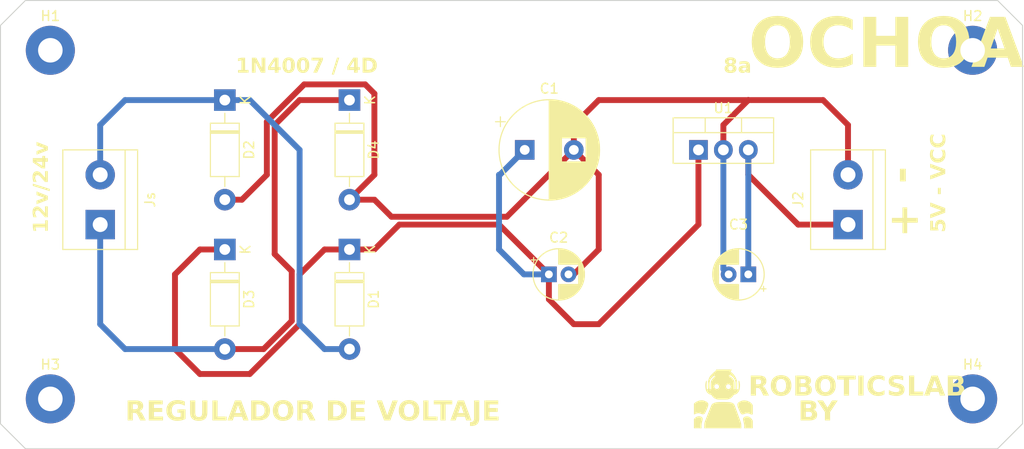
<source format=kicad_pcb>
(kicad_pcb (version 20221018) (generator pcbnew)
  (layers (0 "F.Cu" signal) (31 "B.Cu" signal) (34 "B.Paste" user) (35 "F.Paste" user) (36 "B.SilkS" user "B.Silkscreen") (37 "F.SilkS" user "F.Silkscreen") (38 "B.Mask" user) (39 "F.Mask" user) (44 "Edge.Cuts" user))
  (net 0 "")
  (net 1 "Net-(D1-K)")
  (net 2 "GND")
  (net 3 "Net-(J2-Pin_1)")
  (net 4 "Net-(D1-A)")
  (net 5 "Net-(D3-A)")
  (footprint "TerminalBlock:TerminalBlock_bornier-2_P5.08mm" (layer "F.Cu") (at 152.4 71.12 90)
    (fp_text reference "J2" (at 2.54 -5.08 90) (layer "F.SilkS"))
    (fp_text value "Screw_Terminal_01x02" hide)
    (pad "1" thru_hole rect (at 0 0 90) (size 3 3) (drill 1.52) (layers "*.Cu" "*.Mask") (net 3 "Net-(J2-Pin_1)"))
    (pad "2" thru_hole circle (at 5.08 0 90) (size 3 3) (drill 1.52) (layers "*.Cu" "*.Mask") (net 2 "GND"))
  )
  (footprint "MountingHole:MountingHole_2.5mm_Pad" (layer "F.Cu") (at 165.1 88.9)
    (fp_text reference "H4" (at 0 -3.5) (layer "F.SilkS"))
    (fp_text value "MountingHole_2.5mm_Pad" hide)
    (pad "4" thru_hole circle (at 0 0) (size 5 5) (drill 2.5) (layers "*.Cu" "*.Mask"))
  )
  (footprint "Package_TO_SOT_THT:TO-220-3_Vertical" (layer "F.Cu") (at 137.16 63.5)
    (fp_text reference "U1" (at 2.54 -4.27) (layer "F.SilkS"))
    (fp_text value "L7805")
    (pad "1" thru_hole rect (at 0 0) (size 1.905 2) (drill 1.1) (layers "*.Cu" "*.Mask") (net 1 "Net-(D1-K)"))
    (pad "2" thru_hole oval (at 2.54 0) (size 1.905 2) (drill 1.1) (layers "*.Cu" "*.Mask") (net 2 "GND"))
    (pad "3" thru_hole oval (at 5.08 0) (size 1.905 2) (drill 1.1) (layers "*.Cu" "*.Mask") (net 3 "Net-(J2-Pin_1)"))
  )
  (footprint "MountingHole:MountingHole_2.5mm_Pad" (layer "F.Cu") (at 71.12 53.34)
    (fp_text reference "H1" (at 0 -3.5) (layer "F.SilkS"))
    (fp_text value "MountingHole_2.5mm_Pad" hide)
    (pad "1" thru_hole circle (at 0 0) (size 5 5) (drill 2.5) (layers "*.Cu" "*.Mask"))
  )
  (footprint "TerminalBlock:TerminalBlock_bornier-2_P5.08mm" (layer "F.Cu") (at 76.2 71.12 90)
    (fp_text reference "Js" (at 2.54 5.08 90) (layer "F.SilkS"))
    (fp_text value "Screw_Terminal_01x02" hide)
    (pad "1" thru_hole rect (at 0 0 90) (size 3 3) (drill 1.52) (layers "*.Cu" "*.Mask") (net 5 "Net-(D3-A)"))
    (pad "2" thru_hole circle (at 5.08 0 90) (size 3 3) (drill 1.52) (layers "*.Cu" "*.Mask") (net 4 "Net-(D1-A)"))
  )
  (footprint "Diode_THT:D_DO-41_SOD81_P10.16mm_Horizontal" (layer "F.Cu") (at 101.6 58.42 -90)
    (fp_text reference "D4" (at 5.08 -2.47 90) (layer "F.SilkS"))
    (fp_text value "1N4004" hide)
    (fp_text user "K" (at 0 -2.1 90) (layer "F.SilkS"))
    (pad "1" thru_hole rect (at 0 0 270) (size 2.2 2.2) (drill 1.1) (layers "*.Cu" "*.Mask") (net 5 "Net-(D3-A)"))
    (pad "2" thru_hole oval (at 10.16 0 270) (size 2.2 2.2) (drill 1.1) (layers "*.Cu" "*.Mask") (net 2 "GND"))
  )
  (footprint "Diode_THT:D_DO-41_SOD81_P10.16mm_Horizontal" (layer "F.Cu") (at 88.9 58.42 -90)
    (fp_text reference "D2" (at 5.08 -2.47 90) (layer "F.SilkS"))
    (fp_text value "1N4004" hide)
    (fp_text user "K" (at 0 -2.1 90) (layer "F.SilkS"))
    (pad "1" thru_hole rect (at 0 0 270) (size 2.2 2.2) (drill 1.1) (layers "*.Cu" "*.Mask") (net 4 "Net-(D1-A)"))
    (pad "2" thru_hole oval (at 10.16 0 270) (size 2.2 2.2) (drill 1.1) (layers "*.Cu" "*.Mask") (net 2 "GND"))
  )
  (footprint "MountingHole:MountingHole_2.5mm_Pad" (layer "F.Cu") (at 165.1 53.34)
    (fp_text reference "H2" (at 0 -3.5) (layer "F.SilkS"))
    (fp_text value "MountingHole_2.5mm_Pad" hide)
    (pad "2" thru_hole circle (at 0 0) (size 5 5) (drill 2.5) (layers "*.Cu" "*.Mask"))
  )
  (footprint "Logo:RL-LOGO-6x6" (layer "F.Cu") (at 139.7 88.9)
    (fp_text reference "G***" hide)
    (fp_text value "LOGO" hide)
  )
  (footprint "Diode_THT:D_DO-41_SOD81_P10.16mm_Horizontal" (layer "F.Cu") (at 101.6 73.66 -90)
    (fp_text reference "D1" (at 5.08 -2.47 90) (layer "F.SilkS"))
    (fp_text value "1N4004" hide)
    (fp_text user "K" (at 0 -2.1 90) (layer "F.SilkS"))
    (pad "1" thru_hole rect (at 0 0 270) (size 2.2 2.2) (drill 1.1) (layers "*.Cu" "*.Mask") (net 1 "Net-(D1-K)"))
    (pad "2" thru_hole oval (at 10.16 0 270) (size 2.2 2.2) (drill 1.1) (layers "*.Cu" "*.Mask") (net 4 "Net-(D1-A)"))
  )
  (footprint "Capacitor_THT:CP_Radial_D10.0mm_P5.00mm" (layer "F.Cu") (at 119.46 63.5)
    (fp_text reference "C1" (at 2.5 -6.25) (layer "F.SilkS"))
    (fp_text value "C_Polarized_US" hide)
    (pad "1" thru_hole rect (at 0 0) (size 2 2) (drill 1) (layers "*.Cu" "*.Mask") (net 1 "Net-(D1-K)"))
    (pad "2" thru_hole circle (at 5 0) (size 2 2) (drill 1) (layers "*.Cu" "*.Mask") (net 2 "GND"))
  )
  (footprint "Capacitor_THT:CP_Radial_D5.0mm_P2.00mm" (layer "F.Cu") (at 142.24 76.2 180)
    (fp_text reference "C3" (at 1 5.08) (layer "F.SilkS"))
    (fp_text value "C_Polarized_US" hide)
    (pad "1" thru_hole rect (at 0 0 180) (size 1.6 1.6) (drill 0.8) (layers "*.Cu" "*.Mask") (net 3 "Net-(J2-Pin_1)"))
    (pad "2" thru_hole circle (at 2 0 180) (size 1.6 1.6) (drill 0.8) (layers "*.Cu" "*.Mask") (net 2 "GND"))
  )
  (footprint "Diode_THT:D_DO-41_SOD81_P10.16mm_Horizontal" (layer "F.Cu") (at 88.9 73.66 -90)
    (fp_text reference "D3" (at 5.08 -2.47 90) (layer "F.SilkS"))
    (fp_text value "1N4004" hide)
    (fp_text user "K" (at 0 -2.1 90) (layer "F.SilkS"))
    (pad "1" thru_hole rect (at 0 0 270) (size 2.2 2.2) (drill 1.1) (layers "*.Cu" "*.Mask") (net 1 "Net-(D1-K)"))
    (pad "2" thru_hole oval (at 10.16 0 270) (size 2.2 2.2) (drill 1.1) (layers "*.Cu" "*.Mask") (net 5 "Net-(D3-A)"))
  )
  (footprint "MountingHole:MountingHole_2.5mm_Pad" (layer "F.Cu") (at 71.12 88.9)
    (fp_text reference "H3" (at 0 -3.5) (layer "F.SilkS"))
    (fp_text value "MountingHole_2.5mm_Pad" hide)
    (pad "3" thru_hole circle (at 0 0) (size 5 5) (drill 2.5) (layers "*.Cu" "*.Mask"))
  )
  (footprint "Capacitor_THT:CP_Radial_D5.0mm_P2.00mm" (layer "F.Cu") (at 121.92 76.2)
    (fp_text reference "C2" (at 1 -3.75) (layer "F.SilkS"))
    (fp_text value "C_Polarized_US" hide)
    (pad "1" thru_hole rect (at 0 0) (size 1.6 1.6) (drill 0.8) (layers "*.Cu" "*.Mask") (net 1 "Net-(D1-K)"))
    (pad "2" thru_hole circle (at 2 0) (size 1.6 1.6) (drill 0.8) (layers "*.Cu" "*.Mask") (net 2 "GND"))
  )
  (gr_line (start 170.18 91.44) (end 167.64 93.98) (stroke (width 0.1)) (layer "Edge.Cuts"))
  (gr_line (start 68.58 48.26) (end 167.64 48.26) (stroke (width 0.1)) (layer "Edge.Cuts"))
  (gr_line (start 170.18 50.8) (end 170.18 91.44) (stroke (width 0.1)) (layer "Edge.Cuts"))
  (gr_line (start 167.64 48.26) (end 170.18 50.8) (stroke (width 0.1)) (layer "Edge.Cuts"))
  (gr_line (start 66.04 91.44) (end 66.04 50.8) (stroke (width 0.1)) (layer "Edge.Cuts"))
  (gr_line (start 167.64 93.98) (end 68.58 93.98) (stroke (width 0.1)) (layer "Edge.Cuts"))
  (gr_line (start 66.04 50.8) (end 68.58 48.26) (stroke (width 0.1)) (layer "Edge.Cuts"))
  (gr_line (start 68.58 93.98) (end 66.04 91.44) (stroke (width 0.1)) (layer "Edge.Cuts"))
  (gr_text "+" (at 160.02 72.44 90) (layer "F.SilkS") (effects (font (size 3 3) (thickness 0.3) bold) (justify left bottom)))
  (gr_text "ROBOTICSLAB" (at 142.24 88.9) (layer "F.SilkS") (effects (font (size 2 2) (thickness 0.3) bold) (justify left bottom)))
  (gr_text "8a" (at 139.7 55.88) (layer "F.SilkS") (effects (font (size 1.5 1.5) (thickness 0.3) bold) (justify left bottom)))
  (gr_text "REGULADOR DE VOLTAJE" (at 78.74 91.44) (layer "F.SilkS") (effects (font (size 2 2) (thickness 0.3) bold) (justify left bottom)))
  (gr_text "-" (at 159.7 66.94 90) (layer "F.SilkS") (effects (font (size 3 3) (thickness 0.3) bold) (justify left bottom)))
  (gr_text "1N4007 / 4D" (at 90 55.88) (layer "F.SilkS") (effects (font (size 1.5 1.5) (thickness 0.3) bold) (justify left bottom)))
  (gr_text "BY" (at 147.32 91.44) (layer "F.SilkS") (effects (font (size 2 2) (thickness 0.3) bold) (justify left bottom)))
  (gr_text "OCHOA" (at 142.24 55.88) (layer "F.SilkS") (effects (font (size 5 5) (thickness 0.3) bold) (justify left bottom)))
  (gr_text "5V - VCC" (at 162.56 71.94 90) (layer "F.SilkS") (effects (font (size 1.5 1.5) (thickness 0.3) bold) (justify left bottom)))
  (gr_text "12v/24v" (at 71.12 72 90) (layer "F.SilkS") (effects (font (size 1.5 1.5) (thickness 0.3) bold) (justify left bottom)))
  (segment (start 83.82 83.82) (end 86.36 86.36) (width 0.6) (layer "F.Cu") (net 1))
  (segment (start 137.16 71.12) (end 137.16 63.5) (width 0.6) (layer "F.Cu") (net 1))
  (segment (start 96.52 81.28) (end 96.52 76.2) (width 0.6) (layer "F.Cu") (net 1))
  (segment (start 101.6 73.66) (end 104.14 73.66) (width 0.6) (layer "F.Cu") (net 1))
  (segment (start 96.52 76.2) (end 99.06 73.66) (width 0.6) (layer "F.Cu") (net 1))
  (segment (start 104.14 73.66) (end 106.68 71.12) (width 0.6) (layer "F.Cu") (net 1))
  (segment (start 106.68 71.12) (end 116.84 71.12) (width 0.6) (layer "F.Cu") (net 1))
  (segment (start 91.44 86.36) (end 96.52 81.28) (width 0.6) (layer "F.Cu") (net 1))
  (segment (start 88.9 73.66) (end 86.36 73.66) (width 0.6) (layer "F.Cu") (net 1))
  (segment (start 86.36 86.36) (end 91.44 86.36) (width 0.6) (layer "F.Cu") (net 1))
  (segment (start 99.06 73.66) (end 101.6 73.66) (width 0.6) (layer "F.Cu") (net 1))
  (segment (start 121.92 76.2) (end 121.92 78.74) (width 0.6) (layer "F.Cu") (net 1))
  (segment (start 124.46 81.28) (end 127 81.28) (width 0.6) (layer "F.Cu") (net 1))
  (segment (start 116.84 71.12) (end 121.92 76.2) (width 0.6) (layer "F.Cu") (net 1))
  (segment (start 83.82 76.2) (end 83.82 83.82) (width 0.6) (layer "F.Cu") (net 1))
  (segment (start 127 81.28) (end 137.16 71.12) (width 0.6) (layer "F.Cu") (net 1))
  (segment (start 86.36 73.66) (end 83.82 76.2) (width 0.6) (layer "F.Cu") (net 1))
  (segment (start 121.92 78.74) (end 124.46 81.28) (width 0.6) (layer "F.Cu") (net 1))
  (segment (start 119.46 63.5) (end 116.92 66.04) (width 0.6) (layer "B.Cu") (net 1))
  (segment (start 119.38 76.2) (end 121.92 76.2) (width 0.6) (layer "B.Cu") (net 1))
  (segment (start 116.84 66.04) (end 116.84 73.66) (width 0.6) (layer "B.Cu") (net 1))
  (segment (start 116.84 73.66) (end 119.38 76.2) (width 0.6) (layer "B.Cu") (net 1))
  (segment (start 116.92 66.04) (end 116.84 66.04) (width 0.6) (layer "B.Cu") (net 1))
  (segment (start 149.86 58.42) (end 142.24 58.42) (width 0.6) (layer "F.Cu") (net 2))
  (segment (start 93.18 60.62863) (end 96.98863 56.82) (width 0.6) (layer "F.Cu") (net 2))
  (segment (start 88.9 68.58) (end 90.64 68.58) (width 0.6) (layer "F.Cu") (net 2))
  (segment (start 93.18 66.04) (end 93.18 60.62863) (width 0.6) (layer "F.Cu") (net 2))
  (segment (start 139.7 60.96) (end 142.24 58.42) (width 0.6) (layer "F.Cu") (net 2))
  (segment (start 127 73.66) (end 127 66.04) (width 0.6) (layer "F.Cu") (net 2))
  (segment (start 105.88 70.32) (end 117.64 70.32) (width 0.6) (layer "F.Cu") (net 2))
  (segment (start 142.24 58.42) (end 127 58.42) (width 0.6) (layer "F.Cu") (net 2))
  (segment (start 124.46 60.96) (end 124.46 63.5) (width 0.6) (layer "F.Cu") (net 2))
  (segment (start 103.2 56.82) (end 104.14 57.76) (width 0.6) (layer "F.Cu") (net 2))
  (segment (start 127 58.42) (end 124.46 60.96) (width 0.6) (layer "F.Cu") (net 2))
  (segment (start 104.14 57.76) (end 104.14 66.04) (width 0.6) (layer "F.Cu") (net 2))
  (segment (start 104.14 66.04) (end 101.6 68.58) (width 0.6) (layer "F.Cu") (net 2))
  (segment (start 119.38 68.58) (end 124.46 63.5) (width 0.6) (layer "F.Cu") (net 2))
  (segment (start 124.46 76.2) (end 127 73.66) (width 0.6) (layer "F.Cu") (net 2))
  (segment (start 123.92 76.2) (end 124.46 76.2) (width 0.6) (layer "F.Cu") (net 2))
  (segment (start 152.4 60.96) (end 149.86 58.42) (width 0.6) (layer "F.Cu") (net 2))
  (segment (start 101.6 68.58) (end 104.14 68.58) (width 0.6) (layer "F.Cu") (net 2))
  (segment (start 127 66.04) (end 124.46 63.5) (width 0.6) (layer "F.Cu") (net 2))
  (segment (start 104.14 68.58) (end 105.88 70.32) (width 0.6) (layer "F.Cu") (net 2))
  (segment (start 152.4 66.04) (end 152.4 60.96) (width 0.6) (layer "F.Cu") (net 2))
  (segment (start 90.64 68.58) (end 93.18 66.04) (width 0.6) (layer "F.Cu") (net 2))
  (segment (start 139.7 63.5) (end 139.7 60.96) (width 0.6) (layer "F.Cu") (net 2))
  (segment (start 117.64 70.32) (end 119.38 68.58) (width 0.6) (layer "F.Cu") (net 2))
  (segment (start 96.98863 56.82) (end 103.2 56.82) (width 0.6) (layer "F.Cu") (net 2))
  (segment (start 139.7 75.66) (end 140.24 76.2) (width 0.6) (layer "B.Cu") (net 2))
  (segment (start 139.7 63.5) (end 139.7 75.66) (width 0.6) (layer "B.Cu") (net 2))
  (segment (start 147.32 71.12) (end 152.4 71.12) (width 0.6) (layer "F.Cu") (net 3))
  (segment (start 142.24 63.5) (end 142.24 66.04) (width 0.6) (layer "F.Cu") (net 3))
  (segment (start 142.24 66.04) (end 147.32 71.12) (width 0.6) (layer "F.Cu") (net 3))
  (segment (start 142.24 63.5) (end 142.24 76.2) (width 0.6) (layer "B.Cu") (net 3))
  (segment (start 88.9 58.42) (end 91.44 58.42) (width 0.6) (layer "B.Cu") (net 4))
  (segment (start 76.2 66.04) (end 76.2 60.96) (width 0.6) (layer "B.Cu") (net 4))
  (segment (start 91.44 58.42) (end 96.52 63.5) (width 0.6) (layer "B.Cu") (net 4))
  (segment (start 76.2 60.96) (end 78.74 58.42) (width 0.6) (layer "B.Cu") (net 4))
  (segment (start 99.06 83.82) (end 101.6 83.82) (width 0.6) (layer "B.Cu") (net 4))
  (segment (start 96.52 63.5) (end 96.52 81.28) (width 0.6) (layer "B.Cu") (net 4))
  (segment (start 78.74 58.42) (end 88.9 58.42) (width 0.6) (layer "B.Cu") (net 4))
  (segment (start 96.52 81.28) (end 99.06 83.82) (width 0.6) (layer "B.Cu") (net 4))
  (segment (start 101.6 58.42) (end 96.52 58.42) (width 0.6) (layer "F.Cu") (net 5))
  (segment (start 93.98 74.12863) (end 95.72 75.86863) (width 0.6) (layer "F.Cu") (net 5))
  (segment (start 95.72 75.86863) (end 95.72 80.94863) (width 0.6) (layer "F.Cu") (net 5))
  (segment (start 95.72 80.94863) (end 92.84863 83.82) (width 0.6) (layer "F.Cu") (net 5))
  (segment (start 92.84863 83.82) (end 88.9 83.82) (width 0.6) (layer "F.Cu") (net 5))
  (segment (start 93.98 60.96) (end 93.98 74.12863) (width 0.6) (layer "F.Cu") (net 5))
  (segment (start 96.52 58.42) (end 93.98 60.96) (width 0.6) (layer "F.Cu") (net 5))
  (segment (start 76.2 81.28) (end 78.74 83.82) (width 0.6) (layer "B.Cu") (net 5))
  (segment (start 76.2 71.12) (end 76.2 81.28) (width 0.6) (layer "B.Cu") (net 5))
  (segment (start 78.74 83.82) (end 88.9 83.82) (width 0.6) (layer "B.Cu") (net 5))
)
</source>
